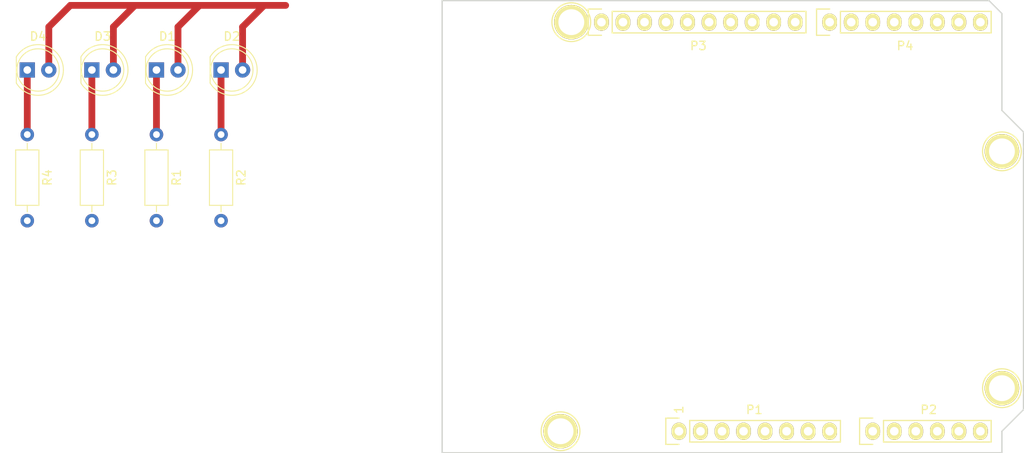
<source format=kicad_pcb>
(kicad_pcb (version 20171130) (host pcbnew "(5.1.10)-1")

  (general
    (thickness 1.6)
    (drawings 27)
    (tracks 16)
    (zones 0)
    (modules 16)
    (nets 37)
  )

  (page A4)
  (title_block
    (title Toto)
    (date "lun. 30 mars 2015")
    (rev 1.1.1.1.1)
    (company Tata)
    (comment 1 Plop)
  )

  (layers
    (0 F.Cu signal)
    (31 B.Cu signal)
    (32 B.Adhes user)
    (33 F.Adhes user)
    (34 B.Paste user)
    (35 F.Paste user)
    (36 B.SilkS user)
    (37 F.SilkS user)
    (38 B.Mask user)
    (39 F.Mask user)
    (40 Dwgs.User user)
    (41 Cmts.User user)
    (42 Eco1.User user)
    (43 Eco2.User user)
    (44 Edge.Cuts user)
    (45 Margin user)
    (46 B.CrtYd user)
    (47 F.CrtYd user)
    (48 B.Fab user)
    (49 F.Fab user)
  )

  (setup
    (last_trace_width 0.8)
    (trace_clearance 0.4)
    (zone_clearance 0.508)
    (zone_45_only no)
    (trace_min 0.2)
    (via_size 1)
    (via_drill 0.7)
    (via_min_size 0.4)
    (via_min_drill 0.3)
    (uvia_size 0.3)
    (uvia_drill 0.1)
    (uvias_allowed no)
    (uvia_min_size 0.2)
    (uvia_min_drill 0.1)
    (edge_width 0.15)
    (segment_width 0.15)
    (pcb_text_width 0.3)
    (pcb_text_size 1.5 1.5)
    (mod_edge_width 0.15)
    (mod_text_size 1 1)
    (mod_text_width 0.15)
    (pad_size 4.064 4.064)
    (pad_drill 3.048)
    (pad_to_mask_clearance 0)
    (aux_axis_origin 110.998 126.365)
    (grid_origin 58.248 77.395)
    (visible_elements 7FFFFFFF)
    (pcbplotparams
      (layerselection 0x00030_80000001)
      (usegerberextensions false)
      (usegerberattributes true)
      (usegerberadvancedattributes true)
      (creategerberjobfile true)
      (excludeedgelayer true)
      (linewidth 0.100000)
      (plotframeref false)
      (viasonmask false)
      (mode 1)
      (useauxorigin false)
      (hpglpennumber 1)
      (hpglpenspeed 20)
      (hpglpendiameter 15.000000)
      (psnegative false)
      (psa4output false)
      (plotreference true)
      (plotvalue true)
      (plotinvisibletext false)
      (padsonsilk false)
      (subtractmaskfromsilk false)
      (outputformat 1)
      (mirror false)
      (drillshape 1)
      (scaleselection 1)
      (outputdirectory ""))
  )

  (net 0 "")
  (net 1 /IOREF)
  (net 2 /Reset)
  (net 3 +5V)
  (net 4 GND)
  (net 5 /Vin)
  (net 6 /A0)
  (net 7 /A1)
  (net 8 /A2)
  (net 9 /A3)
  (net 10 /AREF)
  (net 11 "/A4(SDA)")
  (net 12 "/A5(SCL)")
  (net 13 "/9(**)")
  (net 14 /8)
  (net 15 /7)
  (net 16 "/6(**)")
  (net 17 "/5(**)")
  (net 18 /4)
  (net 19 "/3(**)")
  (net 20 /2)
  (net 21 "/1(Tx)")
  (net 22 "/0(Rx)")
  (net 23 "Net-(P5-Pad1)")
  (net 24 "Net-(P6-Pad1)")
  (net 25 "Net-(P7-Pad1)")
  (net 26 "Net-(P8-Pad1)")
  (net 27 "/13(SCK)")
  (net 28 "/10(**/SS)")
  (net 29 "Net-(P1-Pad1)")
  (net 30 +3V3)
  (net 31 "/12(MISO)")
  (net 32 "/11(**/MOSI)")
  (net 33 "Net-(D1-Pad1)")
  (net 34 "Net-(D2-Pad1)")
  (net 35 "Net-(D3-Pad1)")
  (net 36 "Net-(D4-Pad1)")

  (net_class Default "This is the default net class."
    (clearance 0.4)
    (trace_width 0.8)
    (via_dia 1)
    (via_drill 0.7)
    (uvia_dia 0.3)
    (uvia_drill 0.1)
    (add_net +3V3)
    (add_net +5V)
    (add_net "/0(Rx)")
    (add_net "/1(Tx)")
    (add_net "/10(**/SS)")
    (add_net "/11(**/MOSI)")
    (add_net "/12(MISO)")
    (add_net "/13(SCK)")
    (add_net /2)
    (add_net "/3(**)")
    (add_net /4)
    (add_net "/5(**)")
    (add_net "/6(**)")
    (add_net /7)
    (add_net /8)
    (add_net "/9(**)")
    (add_net /A0)
    (add_net /A1)
    (add_net /A2)
    (add_net /A3)
    (add_net "/A4(SDA)")
    (add_net "/A5(SCL)")
    (add_net /AREF)
    (add_net /IOREF)
    (add_net /Reset)
    (add_net /Vin)
    (add_net GND)
    (add_net "Net-(D1-Pad1)")
    (add_net "Net-(D2-Pad1)")
    (add_net "Net-(D3-Pad1)")
    (add_net "Net-(D4-Pad1)")
    (add_net "Net-(P1-Pad1)")
    (add_net "Net-(P5-Pad1)")
    (add_net "Net-(P6-Pad1)")
    (add_net "Net-(P7-Pad1)")
    (add_net "Net-(P8-Pad1)")
  )

  (module Resistor_THT:R_Axial_DIN0207_L6.3mm_D2.5mm_P10.16mm_Horizontal (layer F.Cu) (tedit 5AE5139B) (tstamp 619D21DF)
    (at 62.058 88.825 270)
    (descr "Resistor, Axial_DIN0207 series, Axial, Horizontal, pin pitch=10.16mm, 0.25W = 1/4W, length*diameter=6.3*2.5mm^2, http://cdn-reichelt.de/documents/datenblatt/B400/1_4W%23YAG.pdf")
    (tags "Resistor Axial_DIN0207 series Axial Horizontal pin pitch 10.16mm 0.25W = 1/4W length 6.3mm diameter 2.5mm")
    (path /61A3C39E)
    (fp_text reference R4 (at 5.08 -2.37 90) (layer F.SilkS)
      (effects (font (size 1 1) (thickness 0.15)))
    )
    (fp_text value 220 (at 5.08 2.37 90) (layer F.Fab)
      (effects (font (size 1 1) (thickness 0.15)))
    )
    (fp_text user %R (at 5.08 0 90) (layer F.Fab)
      (effects (font (size 1 1) (thickness 0.15)))
    )
    (fp_line (start 1.93 -1.25) (end 1.93 1.25) (layer F.Fab) (width 0.1))
    (fp_line (start 1.93 1.25) (end 8.23 1.25) (layer F.Fab) (width 0.1))
    (fp_line (start 8.23 1.25) (end 8.23 -1.25) (layer F.Fab) (width 0.1))
    (fp_line (start 8.23 -1.25) (end 1.93 -1.25) (layer F.Fab) (width 0.1))
    (fp_line (start 0 0) (end 1.93 0) (layer F.Fab) (width 0.1))
    (fp_line (start 10.16 0) (end 8.23 0) (layer F.Fab) (width 0.1))
    (fp_line (start 1.81 -1.37) (end 1.81 1.37) (layer F.SilkS) (width 0.12))
    (fp_line (start 1.81 1.37) (end 8.35 1.37) (layer F.SilkS) (width 0.12))
    (fp_line (start 8.35 1.37) (end 8.35 -1.37) (layer F.SilkS) (width 0.12))
    (fp_line (start 8.35 -1.37) (end 1.81 -1.37) (layer F.SilkS) (width 0.12))
    (fp_line (start 1.04 0) (end 1.81 0) (layer F.SilkS) (width 0.12))
    (fp_line (start 9.12 0) (end 8.35 0) (layer F.SilkS) (width 0.12))
    (fp_line (start -1.05 -1.5) (end -1.05 1.5) (layer F.CrtYd) (width 0.05))
    (fp_line (start -1.05 1.5) (end 11.21 1.5) (layer F.CrtYd) (width 0.05))
    (fp_line (start 11.21 1.5) (end 11.21 -1.5) (layer F.CrtYd) (width 0.05))
    (fp_line (start 11.21 -1.5) (end -1.05 -1.5) (layer F.CrtYd) (width 0.05))
    (pad 2 thru_hole oval (at 10.16 0 270) (size 1.6 1.6) (drill 0.8) (layers *.Cu *.Mask)
      (net 4 GND))
    (pad 1 thru_hole circle (at 0 0 270) (size 1.6 1.6) (drill 0.8) (layers *.Cu *.Mask)
      (net 36 "Net-(D4-Pad1)"))
    (model ${KISYS3DMOD}/Resistor_THT.3dshapes/R_Axial_DIN0207_L6.3mm_D2.5mm_P10.16mm_Horizontal.wrl
      (at (xyz 0 0 0))
      (scale (xyz 1 1 1))
      (rotate (xyz 0 0 0))
    )
  )

  (module Resistor_THT:R_Axial_DIN0207_L6.3mm_D2.5mm_P10.16mm_Horizontal (layer F.Cu) (tedit 5AE5139B) (tstamp 619D21C8)
    (at 69.678 88.825 270)
    (descr "Resistor, Axial_DIN0207 series, Axial, Horizontal, pin pitch=10.16mm, 0.25W = 1/4W, length*diameter=6.3*2.5mm^2, http://cdn-reichelt.de/documents/datenblatt/B400/1_4W%23YAG.pdf")
    (tags "Resistor Axial_DIN0207 series Axial Horizontal pin pitch 10.16mm 0.25W = 1/4W length 6.3mm diameter 2.5mm")
    (path /61A4475B)
    (fp_text reference R3 (at 5.08 -2.37 90) (layer F.SilkS)
      (effects (font (size 1 1) (thickness 0.15)))
    )
    (fp_text value 220 (at 5.08 2.37 90) (layer F.Fab)
      (effects (font (size 1 1) (thickness 0.15)))
    )
    (fp_text user %R (at 5.08 0 90) (layer F.Fab)
      (effects (font (size 1 1) (thickness 0.15)))
    )
    (fp_line (start 1.93 -1.25) (end 1.93 1.25) (layer F.Fab) (width 0.1))
    (fp_line (start 1.93 1.25) (end 8.23 1.25) (layer F.Fab) (width 0.1))
    (fp_line (start 8.23 1.25) (end 8.23 -1.25) (layer F.Fab) (width 0.1))
    (fp_line (start 8.23 -1.25) (end 1.93 -1.25) (layer F.Fab) (width 0.1))
    (fp_line (start 0 0) (end 1.93 0) (layer F.Fab) (width 0.1))
    (fp_line (start 10.16 0) (end 8.23 0) (layer F.Fab) (width 0.1))
    (fp_line (start 1.81 -1.37) (end 1.81 1.37) (layer F.SilkS) (width 0.12))
    (fp_line (start 1.81 1.37) (end 8.35 1.37) (layer F.SilkS) (width 0.12))
    (fp_line (start 8.35 1.37) (end 8.35 -1.37) (layer F.SilkS) (width 0.12))
    (fp_line (start 8.35 -1.37) (end 1.81 -1.37) (layer F.SilkS) (width 0.12))
    (fp_line (start 1.04 0) (end 1.81 0) (layer F.SilkS) (width 0.12))
    (fp_line (start 9.12 0) (end 8.35 0) (layer F.SilkS) (width 0.12))
    (fp_line (start -1.05 -1.5) (end -1.05 1.5) (layer F.CrtYd) (width 0.05))
    (fp_line (start -1.05 1.5) (end 11.21 1.5) (layer F.CrtYd) (width 0.05))
    (fp_line (start 11.21 1.5) (end 11.21 -1.5) (layer F.CrtYd) (width 0.05))
    (fp_line (start 11.21 -1.5) (end -1.05 -1.5) (layer F.CrtYd) (width 0.05))
    (pad 2 thru_hole oval (at 10.16 0 270) (size 1.6 1.6) (drill 0.8) (layers *.Cu *.Mask)
      (net 16 "/6(**)"))
    (pad 1 thru_hole circle (at 0 0 270) (size 1.6 1.6) (drill 0.8) (layers *.Cu *.Mask)
      (net 35 "Net-(D3-Pad1)"))
    (model ${KISYS3DMOD}/Resistor_THT.3dshapes/R_Axial_DIN0207_L6.3mm_D2.5mm_P10.16mm_Horizontal.wrl
      (at (xyz 0 0 0))
      (scale (xyz 1 1 1))
      (rotate (xyz 0 0 0))
    )
  )

  (module Resistor_THT:R_Axial_DIN0207_L6.3mm_D2.5mm_P10.16mm_Horizontal (layer F.Cu) (tedit 5AE5139B) (tstamp 619D21B1)
    (at 84.918 88.825 270)
    (descr "Resistor, Axial_DIN0207 series, Axial, Horizontal, pin pitch=10.16mm, 0.25W = 1/4W, length*diameter=6.3*2.5mm^2, http://cdn-reichelt.de/documents/datenblatt/B400/1_4W%23YAG.pdf")
    (tags "Resistor Axial_DIN0207 series Axial Horizontal pin pitch 10.16mm 0.25W = 1/4W length 6.3mm diameter 2.5mm")
    (path /61A45EB0)
    (fp_text reference R2 (at 5.08 -2.37 90) (layer F.SilkS)
      (effects (font (size 1 1) (thickness 0.15)))
    )
    (fp_text value 220 (at 5.08 2.37 90) (layer F.Fab)
      (effects (font (size 1 1) (thickness 0.15)))
    )
    (fp_text user %R (at 5.08 0 90) (layer F.Fab)
      (effects (font (size 1 1) (thickness 0.15)))
    )
    (fp_line (start 1.93 -1.25) (end 1.93 1.25) (layer F.Fab) (width 0.1))
    (fp_line (start 1.93 1.25) (end 8.23 1.25) (layer F.Fab) (width 0.1))
    (fp_line (start 8.23 1.25) (end 8.23 -1.25) (layer F.Fab) (width 0.1))
    (fp_line (start 8.23 -1.25) (end 1.93 -1.25) (layer F.Fab) (width 0.1))
    (fp_line (start 0 0) (end 1.93 0) (layer F.Fab) (width 0.1))
    (fp_line (start 10.16 0) (end 8.23 0) (layer F.Fab) (width 0.1))
    (fp_line (start 1.81 -1.37) (end 1.81 1.37) (layer F.SilkS) (width 0.12))
    (fp_line (start 1.81 1.37) (end 8.35 1.37) (layer F.SilkS) (width 0.12))
    (fp_line (start 8.35 1.37) (end 8.35 -1.37) (layer F.SilkS) (width 0.12))
    (fp_line (start 8.35 -1.37) (end 1.81 -1.37) (layer F.SilkS) (width 0.12))
    (fp_line (start 1.04 0) (end 1.81 0) (layer F.SilkS) (width 0.12))
    (fp_line (start 9.12 0) (end 8.35 0) (layer F.SilkS) (width 0.12))
    (fp_line (start -1.05 -1.5) (end -1.05 1.5) (layer F.CrtYd) (width 0.05))
    (fp_line (start -1.05 1.5) (end 11.21 1.5) (layer F.CrtYd) (width 0.05))
    (fp_line (start 11.21 1.5) (end 11.21 -1.5) (layer F.CrtYd) (width 0.05))
    (fp_line (start 11.21 -1.5) (end -1.05 -1.5) (layer F.CrtYd) (width 0.05))
    (pad 2 thru_hole oval (at 10.16 0 270) (size 1.6 1.6) (drill 0.8) (layers *.Cu *.Mask)
      (net 17 "/5(**)"))
    (pad 1 thru_hole circle (at 0 0 270) (size 1.6 1.6) (drill 0.8) (layers *.Cu *.Mask)
      (net 34 "Net-(D2-Pad1)"))
    (model ${KISYS3DMOD}/Resistor_THT.3dshapes/R_Axial_DIN0207_L6.3mm_D2.5mm_P10.16mm_Horizontal.wrl
      (at (xyz 0 0 0))
      (scale (xyz 1 1 1))
      (rotate (xyz 0 0 0))
    )
  )

  (module Resistor_THT:R_Axial_DIN0207_L6.3mm_D2.5mm_P10.16mm_Horizontal (layer F.Cu) (tedit 5AE5139B) (tstamp 619D219A)
    (at 77.298 88.825 270)
    (descr "Resistor, Axial_DIN0207 series, Axial, Horizontal, pin pitch=10.16mm, 0.25W = 1/4W, length*diameter=6.3*2.5mm^2, http://cdn-reichelt.de/documents/datenblatt/B400/1_4W%23YAG.pdf")
    (tags "Resistor Axial_DIN0207 series Axial Horizontal pin pitch 10.16mm 0.25W = 1/4W length 6.3mm diameter 2.5mm")
    (path /61A46FDB)
    (fp_text reference R1 (at 5.08 -2.37 90) (layer F.SilkS)
      (effects (font (size 1 1) (thickness 0.15)))
    )
    (fp_text value 220 (at 5.08 2.37 90) (layer F.Fab)
      (effects (font (size 1 1) (thickness 0.15)))
    )
    (fp_text user %R (at 5.08 0 90) (layer F.Fab)
      (effects (font (size 1 1) (thickness 0.15)))
    )
    (fp_line (start 1.93 -1.25) (end 1.93 1.25) (layer F.Fab) (width 0.1))
    (fp_line (start 1.93 1.25) (end 8.23 1.25) (layer F.Fab) (width 0.1))
    (fp_line (start 8.23 1.25) (end 8.23 -1.25) (layer F.Fab) (width 0.1))
    (fp_line (start 8.23 -1.25) (end 1.93 -1.25) (layer F.Fab) (width 0.1))
    (fp_line (start 0 0) (end 1.93 0) (layer F.Fab) (width 0.1))
    (fp_line (start 10.16 0) (end 8.23 0) (layer F.Fab) (width 0.1))
    (fp_line (start 1.81 -1.37) (end 1.81 1.37) (layer F.SilkS) (width 0.12))
    (fp_line (start 1.81 1.37) (end 8.35 1.37) (layer F.SilkS) (width 0.12))
    (fp_line (start 8.35 1.37) (end 8.35 -1.37) (layer F.SilkS) (width 0.12))
    (fp_line (start 8.35 -1.37) (end 1.81 -1.37) (layer F.SilkS) (width 0.12))
    (fp_line (start 1.04 0) (end 1.81 0) (layer F.SilkS) (width 0.12))
    (fp_line (start 9.12 0) (end 8.35 0) (layer F.SilkS) (width 0.12))
    (fp_line (start -1.05 -1.5) (end -1.05 1.5) (layer F.CrtYd) (width 0.05))
    (fp_line (start -1.05 1.5) (end 11.21 1.5) (layer F.CrtYd) (width 0.05))
    (fp_line (start 11.21 1.5) (end 11.21 -1.5) (layer F.CrtYd) (width 0.05))
    (fp_line (start 11.21 -1.5) (end -1.05 -1.5) (layer F.CrtYd) (width 0.05))
    (pad 2 thru_hole oval (at 10.16 0 270) (size 1.6 1.6) (drill 0.8) (layers *.Cu *.Mask)
      (net 18 /4))
    (pad 1 thru_hole circle (at 0 0 270) (size 1.6 1.6) (drill 0.8) (layers *.Cu *.Mask)
      (net 33 "Net-(D1-Pad1)"))
    (model ${KISYS3DMOD}/Resistor_THT.3dshapes/R_Axial_DIN0207_L6.3mm_D2.5mm_P10.16mm_Horizontal.wrl
      (at (xyz 0 0 0))
      (scale (xyz 1 1 1))
      (rotate (xyz 0 0 0))
    )
  )

  (module LED_THT:LED_D5.0mm (layer F.Cu) (tedit 5995936A) (tstamp 619D20D3)
    (at 62.058 81.205)
    (descr "LED, diameter 5.0mm, 2 pins, http://cdn-reichelt.de/documents/datenblatt/A500/LL-504BC2E-009.pdf")
    (tags "LED diameter 5.0mm 2 pins")
    (path /61A3DF99)
    (fp_text reference D4 (at 1.27 -3.96) (layer F.SilkS)
      (effects (font (size 1 1) (thickness 0.15)))
    )
    (fp_text value LED_Y (at 1.27 3.96) (layer F.Fab)
      (effects (font (size 1 1) (thickness 0.15)))
    )
    (fp_text user %R (at 1.25 0) (layer F.Fab)
      (effects (font (size 0.8 0.8) (thickness 0.2)))
    )
    (fp_arc (start 1.27 0) (end -1.29 1.54483) (angle -148.9) (layer F.SilkS) (width 0.12))
    (fp_arc (start 1.27 0) (end -1.29 -1.54483) (angle 148.9) (layer F.SilkS) (width 0.12))
    (fp_arc (start 1.27 0) (end -1.23 -1.469694) (angle 299.1) (layer F.Fab) (width 0.1))
    (fp_circle (center 1.27 0) (end 3.77 0) (layer F.Fab) (width 0.1))
    (fp_circle (center 1.27 0) (end 3.77 0) (layer F.SilkS) (width 0.12))
    (fp_line (start -1.23 -1.469694) (end -1.23 1.469694) (layer F.Fab) (width 0.1))
    (fp_line (start -1.29 -1.545) (end -1.29 1.545) (layer F.SilkS) (width 0.12))
    (fp_line (start -1.95 -3.25) (end -1.95 3.25) (layer F.CrtYd) (width 0.05))
    (fp_line (start -1.95 3.25) (end 4.5 3.25) (layer F.CrtYd) (width 0.05))
    (fp_line (start 4.5 3.25) (end 4.5 -3.25) (layer F.CrtYd) (width 0.05))
    (fp_line (start 4.5 -3.25) (end -1.95 -3.25) (layer F.CrtYd) (width 0.05))
    (pad 2 thru_hole circle (at 2.54 0) (size 1.8 1.8) (drill 0.9) (layers *.Cu *.Mask)
      (net 3 +5V))
    (pad 1 thru_hole rect (at 0 0) (size 1.8 1.8) (drill 0.9) (layers *.Cu *.Mask)
      (net 36 "Net-(D4-Pad1)"))
    (model ${KISYS3DMOD}/LED_THT.3dshapes/LED_D5.0mm.wrl
      (at (xyz 0 0 0))
      (scale (xyz 1 1 1))
      (rotate (xyz 0 0 0))
    )
  )

  (module LED_THT:LED_D5.0mm (layer F.Cu) (tedit 5995936A) (tstamp 619D20C1)
    (at 69.678 81.205)
    (descr "LED, diameter 5.0mm, 2 pins, http://cdn-reichelt.de/documents/datenblatt/A500/LL-504BC2E-009.pdf")
    (tags "LED diameter 5.0mm 2 pins")
    (path /61A44761)
    (fp_text reference D3 (at 1.27 -3.96) (layer F.SilkS)
      (effects (font (size 1 1) (thickness 0.15)))
    )
    (fp_text value LED_G (at 1.27 3.96) (layer F.Fab)
      (effects (font (size 1 1) (thickness 0.15)))
    )
    (fp_text user %R (at 1.25 0) (layer F.Fab)
      (effects (font (size 0.8 0.8) (thickness 0.2)))
    )
    (fp_arc (start 1.27 0) (end -1.29 1.54483) (angle -148.9) (layer F.SilkS) (width 0.12))
    (fp_arc (start 1.27 0) (end -1.29 -1.54483) (angle 148.9) (layer F.SilkS) (width 0.12))
    (fp_arc (start 1.27 0) (end -1.23 -1.469694) (angle 299.1) (layer F.Fab) (width 0.1))
    (fp_circle (center 1.27 0) (end 3.77 0) (layer F.Fab) (width 0.1))
    (fp_circle (center 1.27 0) (end 3.77 0) (layer F.SilkS) (width 0.12))
    (fp_line (start -1.23 -1.469694) (end -1.23 1.469694) (layer F.Fab) (width 0.1))
    (fp_line (start -1.29 -1.545) (end -1.29 1.545) (layer F.SilkS) (width 0.12))
    (fp_line (start -1.95 -3.25) (end -1.95 3.25) (layer F.CrtYd) (width 0.05))
    (fp_line (start -1.95 3.25) (end 4.5 3.25) (layer F.CrtYd) (width 0.05))
    (fp_line (start 4.5 3.25) (end 4.5 -3.25) (layer F.CrtYd) (width 0.05))
    (fp_line (start 4.5 -3.25) (end -1.95 -3.25) (layer F.CrtYd) (width 0.05))
    (pad 2 thru_hole circle (at 2.54 0) (size 1.8 1.8) (drill 0.9) (layers *.Cu *.Mask)
      (net 3 +5V))
    (pad 1 thru_hole rect (at 0 0) (size 1.8 1.8) (drill 0.9) (layers *.Cu *.Mask)
      (net 35 "Net-(D3-Pad1)"))
    (model ${KISYS3DMOD}/LED_THT.3dshapes/LED_D5.0mm.wrl
      (at (xyz 0 0 0))
      (scale (xyz 1 1 1))
      (rotate (xyz 0 0 0))
    )
  )

  (module LED_THT:LED_D5.0mm (layer F.Cu) (tedit 5995936A) (tstamp 619D20AF)
    (at 84.918 81.205)
    (descr "LED, diameter 5.0mm, 2 pins, http://cdn-reichelt.de/documents/datenblatt/A500/LL-504BC2E-009.pdf")
    (tags "LED diameter 5.0mm 2 pins")
    (path /61A45EB6)
    (fp_text reference D2 (at 1.27 -3.96) (layer F.SilkS)
      (effects (font (size 1 1) (thickness 0.15)))
    )
    (fp_text value LED_B (at 1.27 3.96) (layer F.Fab)
      (effects (font (size 1 1) (thickness 0.15)))
    )
    (fp_text user %R (at 1.25 0) (layer F.Fab)
      (effects (font (size 0.8 0.8) (thickness 0.2)))
    )
    (fp_arc (start 1.27 0) (end -1.29 1.54483) (angle -148.9) (layer F.SilkS) (width 0.12))
    (fp_arc (start 1.27 0) (end -1.29 -1.54483) (angle 148.9) (layer F.SilkS) (width 0.12))
    (fp_arc (start 1.27 0) (end -1.23 -1.469694) (angle 299.1) (layer F.Fab) (width 0.1))
    (fp_circle (center 1.27 0) (end 3.77 0) (layer F.Fab) (width 0.1))
    (fp_circle (center 1.27 0) (end 3.77 0) (layer F.SilkS) (width 0.12))
    (fp_line (start -1.23 -1.469694) (end -1.23 1.469694) (layer F.Fab) (width 0.1))
    (fp_line (start -1.29 -1.545) (end -1.29 1.545) (layer F.SilkS) (width 0.12))
    (fp_line (start -1.95 -3.25) (end -1.95 3.25) (layer F.CrtYd) (width 0.05))
    (fp_line (start -1.95 3.25) (end 4.5 3.25) (layer F.CrtYd) (width 0.05))
    (fp_line (start 4.5 3.25) (end 4.5 -3.25) (layer F.CrtYd) (width 0.05))
    (fp_line (start 4.5 -3.25) (end -1.95 -3.25) (layer F.CrtYd) (width 0.05))
    (pad 2 thru_hole circle (at 2.54 0) (size 1.8 1.8) (drill 0.9) (layers *.Cu *.Mask)
      (net 3 +5V))
    (pad 1 thru_hole rect (at 0 0) (size 1.8 1.8) (drill 0.9) (layers *.Cu *.Mask)
      (net 34 "Net-(D2-Pad1)"))
    (model ${KISYS3DMOD}/LED_THT.3dshapes/LED_D5.0mm.wrl
      (at (xyz 0 0 0))
      (scale (xyz 1 1 1))
      (rotate (xyz 0 0 0))
    )
  )

  (module LED_THT:LED_D5.0mm (layer F.Cu) (tedit 5995936A) (tstamp 619D209D)
    (at 77.298 81.205)
    (descr "LED, diameter 5.0mm, 2 pins, http://cdn-reichelt.de/documents/datenblatt/A500/LL-504BC2E-009.pdf")
    (tags "LED diameter 5.0mm 2 pins")
    (path /61A46FE1)
    (fp_text reference D1 (at 1.27 -3.96) (layer F.SilkS)
      (effects (font (size 1 1) (thickness 0.15)))
    )
    (fp_text value LED_R (at 1.27 3.96) (layer F.Fab)
      (effects (font (size 1 1) (thickness 0.15)))
    )
    (fp_text user %R (at 1.25 0) (layer F.Fab)
      (effects (font (size 0.8 0.8) (thickness 0.2)))
    )
    (fp_arc (start 1.27 0) (end -1.29 1.54483) (angle -148.9) (layer F.SilkS) (width 0.12))
    (fp_arc (start 1.27 0) (end -1.29 -1.54483) (angle 148.9) (layer F.SilkS) (width 0.12))
    (fp_arc (start 1.27 0) (end -1.23 -1.469694) (angle 299.1) (layer F.Fab) (width 0.1))
    (fp_circle (center 1.27 0) (end 3.77 0) (layer F.Fab) (width 0.1))
    (fp_circle (center 1.27 0) (end 3.77 0) (layer F.SilkS) (width 0.12))
    (fp_line (start -1.23 -1.469694) (end -1.23 1.469694) (layer F.Fab) (width 0.1))
    (fp_line (start -1.29 -1.545) (end -1.29 1.545) (layer F.SilkS) (width 0.12))
    (fp_line (start -1.95 -3.25) (end -1.95 3.25) (layer F.CrtYd) (width 0.05))
    (fp_line (start -1.95 3.25) (end 4.5 3.25) (layer F.CrtYd) (width 0.05))
    (fp_line (start 4.5 3.25) (end 4.5 -3.25) (layer F.CrtYd) (width 0.05))
    (fp_line (start 4.5 -3.25) (end -1.95 -3.25) (layer F.CrtYd) (width 0.05))
    (pad 2 thru_hole circle (at 2.54 0) (size 1.8 1.8) (drill 0.9) (layers *.Cu *.Mask)
      (net 3 +5V))
    (pad 1 thru_hole rect (at 0 0) (size 1.8 1.8) (drill 0.9) (layers *.Cu *.Mask)
      (net 33 "Net-(D1-Pad1)"))
    (model ${KISYS3DMOD}/LED_THT.3dshapes/LED_D5.0mm.wrl
      (at (xyz 0 0 0))
      (scale (xyz 1 1 1))
      (rotate (xyz 0 0 0))
    )
  )

  (module Socket_Arduino_Uno:Socket_Strip_Arduino_1x08 locked (layer F.Cu) (tedit 552168D2) (tstamp 551AF9EA)
    (at 138.938 123.825)
    (descr "Through hole socket strip")
    (tags "socket strip")
    (path /56D70129)
    (fp_text reference P1 (at 8.89 -2.54) (layer F.SilkS)
      (effects (font (size 1 1) (thickness 0.15)))
    )
    (fp_text value Power (at 8.89 -4.064) (layer F.Fab)
      (effects (font (size 1 1) (thickness 0.15)))
    )
    (fp_line (start -1.55 -1.55) (end -1.55 1.55) (layer F.SilkS) (width 0.15))
    (fp_line (start 0 -1.55) (end -1.55 -1.55) (layer F.SilkS) (width 0.15))
    (fp_line (start 1.27 1.27) (end 1.27 -1.27) (layer F.SilkS) (width 0.15))
    (fp_line (start -1.55 1.55) (end 0 1.55) (layer F.SilkS) (width 0.15))
    (fp_line (start 19.05 -1.27) (end 1.27 -1.27) (layer F.SilkS) (width 0.15))
    (fp_line (start 19.05 1.27) (end 19.05 -1.27) (layer F.SilkS) (width 0.15))
    (fp_line (start 1.27 1.27) (end 19.05 1.27) (layer F.SilkS) (width 0.15))
    (fp_line (start -1.75 1.75) (end 19.55 1.75) (layer F.CrtYd) (width 0.05))
    (fp_line (start -1.75 -1.75) (end 19.55 -1.75) (layer F.CrtYd) (width 0.05))
    (fp_line (start 19.55 -1.75) (end 19.55 1.75) (layer F.CrtYd) (width 0.05))
    (fp_line (start -1.75 -1.75) (end -1.75 1.75) (layer F.CrtYd) (width 0.05))
    (pad 1 thru_hole oval (at 0 0) (size 1.7272 2.032) (drill 1.016) (layers *.Cu *.Mask F.SilkS)
      (net 29 "Net-(P1-Pad1)"))
    (pad 2 thru_hole oval (at 2.54 0) (size 1.7272 2.032) (drill 1.016) (layers *.Cu *.Mask F.SilkS)
      (net 1 /IOREF))
    (pad 3 thru_hole oval (at 5.08 0) (size 1.7272 2.032) (drill 1.016) (layers *.Cu *.Mask F.SilkS)
      (net 2 /Reset))
    (pad 4 thru_hole oval (at 7.62 0) (size 1.7272 2.032) (drill 1.016) (layers *.Cu *.Mask F.SilkS)
      (net 30 +3V3))
    (pad 5 thru_hole oval (at 10.16 0) (size 1.7272 2.032) (drill 1.016) (layers *.Cu *.Mask F.SilkS)
      (net 3 +5V))
    (pad 6 thru_hole oval (at 12.7 0) (size 1.7272 2.032) (drill 1.016) (layers *.Cu *.Mask F.SilkS)
      (net 4 GND))
    (pad 7 thru_hole oval (at 15.24 0) (size 1.7272 2.032) (drill 1.016) (layers *.Cu *.Mask F.SilkS)
      (net 4 GND))
    (pad 8 thru_hole oval (at 17.78 0) (size 1.7272 2.032) (drill 1.016) (layers *.Cu *.Mask F.SilkS)
      (net 5 /Vin))
    (model ${KIPRJMOD}/Socket_Arduino_Uno.3dshapes/Socket_header_Arduino_1x08.wrl
      (offset (xyz 8.889999866485596 0 0))
      (scale (xyz 1 1 1))
      (rotate (xyz 0 0 180))
    )
  )

  (module Socket_Arduino_Uno:Socket_Strip_Arduino_1x06 locked (layer F.Cu) (tedit 552168D6) (tstamp 551AF9FF)
    (at 161.798 123.825)
    (descr "Through hole socket strip")
    (tags "socket strip")
    (path /56D70DD8)
    (fp_text reference P2 (at 6.604 -2.54) (layer F.SilkS)
      (effects (font (size 1 1) (thickness 0.15)))
    )
    (fp_text value Analog (at 6.604 -4.064) (layer F.Fab)
      (effects (font (size 1 1) (thickness 0.15)))
    )
    (fp_line (start -1.55 -1.55) (end -1.55 1.55) (layer F.SilkS) (width 0.15))
    (fp_line (start 0 -1.55) (end -1.55 -1.55) (layer F.SilkS) (width 0.15))
    (fp_line (start 1.27 1.27) (end 1.27 -1.27) (layer F.SilkS) (width 0.15))
    (fp_line (start -1.55 1.55) (end 0 1.55) (layer F.SilkS) (width 0.15))
    (fp_line (start 13.97 -1.27) (end 1.27 -1.27) (layer F.SilkS) (width 0.15))
    (fp_line (start 13.97 1.27) (end 13.97 -1.27) (layer F.SilkS) (width 0.15))
    (fp_line (start 1.27 1.27) (end 13.97 1.27) (layer F.SilkS) (width 0.15))
    (fp_line (start -1.75 1.75) (end 14.45 1.75) (layer F.CrtYd) (width 0.05))
    (fp_line (start -1.75 -1.75) (end 14.45 -1.75) (layer F.CrtYd) (width 0.05))
    (fp_line (start 14.45 -1.75) (end 14.45 1.75) (layer F.CrtYd) (width 0.05))
    (fp_line (start -1.75 -1.75) (end -1.75 1.75) (layer F.CrtYd) (width 0.05))
    (pad 1 thru_hole oval (at 0 0) (size 1.7272 2.032) (drill 1.016) (layers *.Cu *.Mask F.SilkS)
      (net 6 /A0))
    (pad 2 thru_hole oval (at 2.54 0) (size 1.7272 2.032) (drill 1.016) (layers *.Cu *.Mask F.SilkS)
      (net 7 /A1))
    (pad 3 thru_hole oval (at 5.08 0) (size 1.7272 2.032) (drill 1.016) (layers *.Cu *.Mask F.SilkS)
      (net 8 /A2))
    (pad 4 thru_hole oval (at 7.62 0) (size 1.7272 2.032) (drill 1.016) (layers *.Cu *.Mask F.SilkS)
      (net 9 /A3))
    (pad 5 thru_hole oval (at 10.16 0) (size 1.7272 2.032) (drill 1.016) (layers *.Cu *.Mask F.SilkS)
      (net 11 "/A4(SDA)"))
    (pad 6 thru_hole oval (at 12.7 0) (size 1.7272 2.032) (drill 1.016) (layers *.Cu *.Mask F.SilkS)
      (net 12 "/A5(SCL)"))
    (model ${KIPRJMOD}/Socket_Arduino_Uno.3dshapes/Socket_header_Arduino_1x06.wrl
      (offset (xyz 6.349999904632568 0 0))
      (scale (xyz 1 1 1))
      (rotate (xyz 0 0 180))
    )
  )

  (module Socket_Arduino_Uno:Socket_Strip_Arduino_1x10 locked (layer F.Cu) (tedit 552168BF) (tstamp 551AFA18)
    (at 129.794 75.565)
    (descr "Through hole socket strip")
    (tags "socket strip")
    (path /56D721E0)
    (fp_text reference P3 (at 11.43 2.794) (layer F.SilkS)
      (effects (font (size 1 1) (thickness 0.15)))
    )
    (fp_text value Digital (at 11.43 4.318) (layer F.Fab)
      (effects (font (size 1 1) (thickness 0.15)))
    )
    (fp_line (start -1.55 -1.55) (end -1.55 1.55) (layer F.SilkS) (width 0.15))
    (fp_line (start 0 -1.55) (end -1.55 -1.55) (layer F.SilkS) (width 0.15))
    (fp_line (start 1.27 1.27) (end 1.27 -1.27) (layer F.SilkS) (width 0.15))
    (fp_line (start -1.55 1.55) (end 0 1.55) (layer F.SilkS) (width 0.15))
    (fp_line (start 24.13 -1.27) (end 1.27 -1.27) (layer F.SilkS) (width 0.15))
    (fp_line (start 24.13 1.27) (end 24.13 -1.27) (layer F.SilkS) (width 0.15))
    (fp_line (start 1.27 1.27) (end 24.13 1.27) (layer F.SilkS) (width 0.15))
    (fp_line (start -1.75 1.75) (end 24.65 1.75) (layer F.CrtYd) (width 0.05))
    (fp_line (start -1.75 -1.75) (end 24.65 -1.75) (layer F.CrtYd) (width 0.05))
    (fp_line (start 24.65 -1.75) (end 24.65 1.75) (layer F.CrtYd) (width 0.05))
    (fp_line (start -1.75 -1.75) (end -1.75 1.75) (layer F.CrtYd) (width 0.05))
    (pad 1 thru_hole oval (at 0 0) (size 1.7272 2.032) (drill 1.016) (layers *.Cu *.Mask F.SilkS)
      (net 12 "/A5(SCL)"))
    (pad 2 thru_hole oval (at 2.54 0) (size 1.7272 2.032) (drill 1.016) (layers *.Cu *.Mask F.SilkS)
      (net 11 "/A4(SDA)"))
    (pad 3 thru_hole oval (at 5.08 0) (size 1.7272 2.032) (drill 1.016) (layers *.Cu *.Mask F.SilkS)
      (net 10 /AREF))
    (pad 4 thru_hole oval (at 7.62 0) (size 1.7272 2.032) (drill 1.016) (layers *.Cu *.Mask F.SilkS)
      (net 4 GND))
    (pad 5 thru_hole oval (at 10.16 0) (size 1.7272 2.032) (drill 1.016) (layers *.Cu *.Mask F.SilkS)
      (net 27 "/13(SCK)"))
    (pad 6 thru_hole oval (at 12.7 0) (size 1.7272 2.032) (drill 1.016) (layers *.Cu *.Mask F.SilkS)
      (net 31 "/12(MISO)"))
    (pad 7 thru_hole oval (at 15.24 0) (size 1.7272 2.032) (drill 1.016) (layers *.Cu *.Mask F.SilkS)
      (net 32 "/11(**/MOSI)"))
    (pad 8 thru_hole oval (at 17.78 0) (size 1.7272 2.032) (drill 1.016) (layers *.Cu *.Mask F.SilkS)
      (net 28 "/10(**/SS)"))
    (pad 9 thru_hole oval (at 20.32 0) (size 1.7272 2.032) (drill 1.016) (layers *.Cu *.Mask F.SilkS)
      (net 13 "/9(**)"))
    (pad 10 thru_hole oval (at 22.86 0) (size 1.7272 2.032) (drill 1.016) (layers *.Cu *.Mask F.SilkS)
      (net 14 /8))
    (model ${KIPRJMOD}/Socket_Arduino_Uno.3dshapes/Socket_header_Arduino_1x10.wrl
      (offset (xyz 11.42999982833862 0 0))
      (scale (xyz 1 1 1))
      (rotate (xyz 0 0 180))
    )
  )

  (module Socket_Arduino_Uno:Socket_Strip_Arduino_1x08 locked (layer F.Cu) (tedit 552168C7) (tstamp 551AFA2F)
    (at 156.718 75.565)
    (descr "Through hole socket strip")
    (tags "socket strip")
    (path /56D7164F)
    (fp_text reference P4 (at 8.89 2.794) (layer F.SilkS)
      (effects (font (size 1 1) (thickness 0.15)))
    )
    (fp_text value Digital (at 8.89 4.318) (layer F.Fab)
      (effects (font (size 1 1) (thickness 0.15)))
    )
    (fp_line (start -1.55 -1.55) (end -1.55 1.55) (layer F.SilkS) (width 0.15))
    (fp_line (start 0 -1.55) (end -1.55 -1.55) (layer F.SilkS) (width 0.15))
    (fp_line (start 1.27 1.27) (end 1.27 -1.27) (layer F.SilkS) (width 0.15))
    (fp_line (start -1.55 1.55) (end 0 1.55) (layer F.SilkS) (width 0.15))
    (fp_line (start 19.05 -1.27) (end 1.27 -1.27) (layer F.SilkS) (width 0.15))
    (fp_line (start 19.05 1.27) (end 19.05 -1.27) (layer F.SilkS) (width 0.15))
    (fp_line (start 1.27 1.27) (end 19.05 1.27) (layer F.SilkS) (width 0.15))
    (fp_line (start -1.75 1.75) (end 19.55 1.75) (layer F.CrtYd) (width 0.05))
    (fp_line (start -1.75 -1.75) (end 19.55 -1.75) (layer F.CrtYd) (width 0.05))
    (fp_line (start 19.55 -1.75) (end 19.55 1.75) (layer F.CrtYd) (width 0.05))
    (fp_line (start -1.75 -1.75) (end -1.75 1.75) (layer F.CrtYd) (width 0.05))
    (pad 1 thru_hole oval (at 0 0) (size 1.7272 2.032) (drill 1.016) (layers *.Cu *.Mask F.SilkS)
      (net 15 /7))
    (pad 2 thru_hole oval (at 2.54 0) (size 1.7272 2.032) (drill 1.016) (layers *.Cu *.Mask F.SilkS)
      (net 16 "/6(**)"))
    (pad 3 thru_hole oval (at 5.08 0) (size 1.7272 2.032) (drill 1.016) (layers *.Cu *.Mask F.SilkS)
      (net 17 "/5(**)"))
    (pad 4 thru_hole oval (at 7.62 0) (size 1.7272 2.032) (drill 1.016) (layers *.Cu *.Mask F.SilkS)
      (net 18 /4))
    (pad 5 thru_hole oval (at 10.16 0) (size 1.7272 2.032) (drill 1.016) (layers *.Cu *.Mask F.SilkS)
      (net 19 "/3(**)"))
    (pad 6 thru_hole oval (at 12.7 0) (size 1.7272 2.032) (drill 1.016) (layers *.Cu *.Mask F.SilkS)
      (net 20 /2))
    (pad 7 thru_hole oval (at 15.24 0) (size 1.7272 2.032) (drill 1.016) (layers *.Cu *.Mask F.SilkS)
      (net 21 "/1(Tx)"))
    (pad 8 thru_hole oval (at 17.78 0) (size 1.7272 2.032) (drill 1.016) (layers *.Cu *.Mask F.SilkS)
      (net 22 "/0(Rx)"))
    (model ${KIPRJMOD}/Socket_Arduino_Uno.3dshapes/Socket_header_Arduino_1x08.wrl
      (offset (xyz 8.889999866485596 0 0))
      (scale (xyz 1 1 1))
      (rotate (xyz 0 0 180))
    )
  )

  (module Socket_Arduino_Uno:Arduino_1pin locked (layer F.Cu) (tedit 5524FC39) (tstamp 5524FC3F)
    (at 124.968 123.825)
    (descr "module 1 pin (ou trou mecanique de percage)")
    (tags DEV)
    (path /56D71177)
    (fp_text reference P5 (at 0 -3.048) (layer F.SilkS) hide
      (effects (font (size 1 1) (thickness 0.15)))
    )
    (fp_text value CONN_01X01 (at 0 2.794) (layer F.Fab) hide
      (effects (font (size 1 1) (thickness 0.15)))
    )
    (fp_circle (center 0 0) (end 0 -2.286) (layer F.SilkS) (width 0.15))
    (pad 1 thru_hole circle (at 0 0) (size 4.064 4.064) (drill 3.048) (layers *.Cu *.Mask F.SilkS)
      (net 23 "Net-(P5-Pad1)"))
  )

  (module Socket_Arduino_Uno:Arduino_1pin locked (layer F.Cu) (tedit 5524FC4A) (tstamp 5524FC44)
    (at 177.038 118.745)
    (descr "module 1 pin (ou trou mecanique de percage)")
    (tags DEV)
    (path /56D71274)
    (fp_text reference P6 (at 0 -3.048) (layer F.SilkS) hide
      (effects (font (size 1 1) (thickness 0.15)))
    )
    (fp_text value CONN_01X01 (at 0 2.794) (layer F.Fab) hide
      (effects (font (size 1 1) (thickness 0.15)))
    )
    (fp_circle (center 0 0) (end 0 -2.286) (layer F.SilkS) (width 0.15))
    (pad 1 thru_hole circle (at 0 0) (size 4.064 4.064) (drill 3.048) (layers *.Cu *.Mask F.SilkS)
      (net 24 "Net-(P6-Pad1)"))
  )

  (module Socket_Arduino_Uno:Arduino_1pin locked (layer F.Cu) (tedit 5524FC2F) (tstamp 5524FC49)
    (at 126.238 75.565)
    (descr "module 1 pin (ou trou mecanique de percage)")
    (tags DEV)
    (path /56D712A8)
    (fp_text reference P7 (at 0 -3.048) (layer F.SilkS) hide
      (effects (font (size 1 1) (thickness 0.15)))
    )
    (fp_text value CONN_01X01 (at 0 2.794) (layer F.Fab) hide
      (effects (font (size 1 1) (thickness 0.15)))
    )
    (fp_circle (center 0 0) (end 0 -2.286) (layer F.SilkS) (width 0.15))
    (pad 1 thru_hole circle (at 0 0) (size 4.064 4.064) (drill 3.048) (layers *.Cu *.Mask F.SilkS)
      (net 25 "Net-(P7-Pad1)"))
  )

  (module Socket_Arduino_Uno:Arduino_1pin locked (layer F.Cu) (tedit 5524FC41) (tstamp 5524FC4E)
    (at 177.038 90.805)
    (descr "module 1 pin (ou trou mecanique de percage)")
    (tags DEV)
    (path /56D712DB)
    (fp_text reference P8 (at 0 -3.048) (layer F.SilkS) hide
      (effects (font (size 1 1) (thickness 0.15)))
    )
    (fp_text value CONN_01X01 (at 0 2.794) (layer F.Fab) hide
      (effects (font (size 1 1) (thickness 0.15)))
    )
    (fp_circle (center 0 0) (end 0 -2.286) (layer F.SilkS) (width 0.15))
    (pad 1 thru_hole circle (at 0 0) (size 4.064 4.064) (drill 3.048) (layers *.Cu *.Mask F.SilkS)
      (net 26 "Net-(P8-Pad1)"))
  )

  (gr_text 1 (at 138.938 121.285 90) (layer F.SilkS)
    (effects (font (size 1 1) (thickness 0.15)))
  )
  (gr_circle (center 117.348 76.962) (end 118.618 76.962) (layer Dwgs.User) (width 0.15))
  (gr_line (start 114.427 78.994) (end 114.427 74.93) (angle 90) (layer Dwgs.User) (width 0.15))
  (gr_line (start 120.269 78.994) (end 114.427 78.994) (angle 90) (layer Dwgs.User) (width 0.15))
  (gr_line (start 120.269 74.93) (end 120.269 78.994) (angle 90) (layer Dwgs.User) (width 0.15))
  (gr_line (start 114.427 74.93) (end 120.269 74.93) (angle 90) (layer Dwgs.User) (width 0.15))
  (gr_line (start 120.523 93.98) (end 104.648 93.98) (angle 90) (layer Dwgs.User) (width 0.15))
  (gr_line (start 177.038 74.549) (end 175.514 73.025) (angle 90) (layer Edge.Cuts) (width 0.15))
  (gr_line (start 177.038 85.979) (end 177.038 74.549) (angle 90) (layer Edge.Cuts) (width 0.15))
  (gr_line (start 179.578 88.519) (end 177.038 85.979) (angle 90) (layer Edge.Cuts) (width 0.15))
  (gr_line (start 179.578 121.285) (end 179.578 88.519) (angle 90) (layer Edge.Cuts) (width 0.15))
  (gr_line (start 177.038 123.825) (end 179.578 121.285) (angle 90) (layer Edge.Cuts) (width 0.15))
  (gr_line (start 177.038 126.365) (end 177.038 123.825) (angle 90) (layer Edge.Cuts) (width 0.15))
  (gr_line (start 110.998 126.365) (end 177.038 126.365) (angle 90) (layer Edge.Cuts) (width 0.15))
  (gr_line (start 110.998 73.025) (end 110.998 126.365) (angle 90) (layer Edge.Cuts) (width 0.15))
  (gr_line (start 175.514 73.025) (end 110.998 73.025) (angle 90) (layer Edge.Cuts) (width 0.15))
  (gr_line (start 173.355 102.235) (end 173.355 94.615) (angle 90) (layer Dwgs.User) (width 0.15))
  (gr_line (start 178.435 102.235) (end 173.355 102.235) (angle 90) (layer Dwgs.User) (width 0.15))
  (gr_line (start 178.435 94.615) (end 178.435 102.235) (angle 90) (layer Dwgs.User) (width 0.15))
  (gr_line (start 173.355 94.615) (end 178.435 94.615) (angle 90) (layer Dwgs.User) (width 0.15))
  (gr_line (start 109.093 123.19) (end 109.093 114.3) (angle 90) (layer Dwgs.User) (width 0.15))
  (gr_line (start 122.428 123.19) (end 109.093 123.19) (angle 90) (layer Dwgs.User) (width 0.15))
  (gr_line (start 122.428 114.3) (end 122.428 123.19) (angle 90) (layer Dwgs.User) (width 0.15))
  (gr_line (start 109.093 114.3) (end 122.428 114.3) (angle 90) (layer Dwgs.User) (width 0.15))
  (gr_line (start 104.648 93.98) (end 104.648 82.55) (angle 90) (layer Dwgs.User) (width 0.15))
  (gr_line (start 120.523 82.55) (end 120.523 93.98) (angle 90) (layer Dwgs.User) (width 0.15))
  (gr_line (start 104.648 82.55) (end 120.523 82.55) (angle 90) (layer Dwgs.User) (width 0.15))

  (segment (start 64.598 81.205) (end 64.598 76.125) (width 0.8) (layer F.Cu) (net 3))
  (segment (start 64.598 76.125) (end 67.138 73.585) (width 0.8) (layer F.Cu) (net 3))
  (segment (start 72.218 81.205) (end 72.218 76.125) (width 0.8) (layer F.Cu) (net 3))
  (segment (start 72.218 76.125) (end 74.758 73.585) (width 0.8) (layer F.Cu) (net 3))
  (segment (start 67.138 73.585) (end 74.758 73.585) (width 0.8) (layer F.Cu) (net 3))
  (segment (start 79.838 81.205) (end 79.838 76.125) (width 0.8) (layer F.Cu) (net 3))
  (segment (start 79.838 76.125) (end 82.378 73.585) (width 0.8) (layer F.Cu) (net 3))
  (segment (start 74.758 73.585) (end 82.378 73.585) (width 0.8) (layer F.Cu) (net 3))
  (segment (start 87.458 81.205) (end 87.458 76.125) (width 0.8) (layer F.Cu) (net 3))
  (segment (start 87.458 76.125) (end 89.998 73.585) (width 0.8) (layer F.Cu) (net 3))
  (segment (start 89.998 73.585) (end 92.538 73.585) (width 0.8) (layer F.Cu) (net 3))
  (segment (start 82.378 73.585) (end 89.998 73.585) (width 0.8) (layer F.Cu) (net 3))
  (segment (start 77.298 81.205) (end 77.298 88.825) (width 0.8) (layer F.Cu) (net 33))
  (segment (start 84.918 81.205) (end 84.918 88.825) (width 0.8) (layer F.Cu) (net 34))
  (segment (start 69.678 81.205) (end 69.678 88.825) (width 0.8) (layer F.Cu) (net 35))
  (segment (start 62.058 81.205) (end 62.058 88.825) (width 0.8) (layer F.Cu) (net 36))

)

</source>
